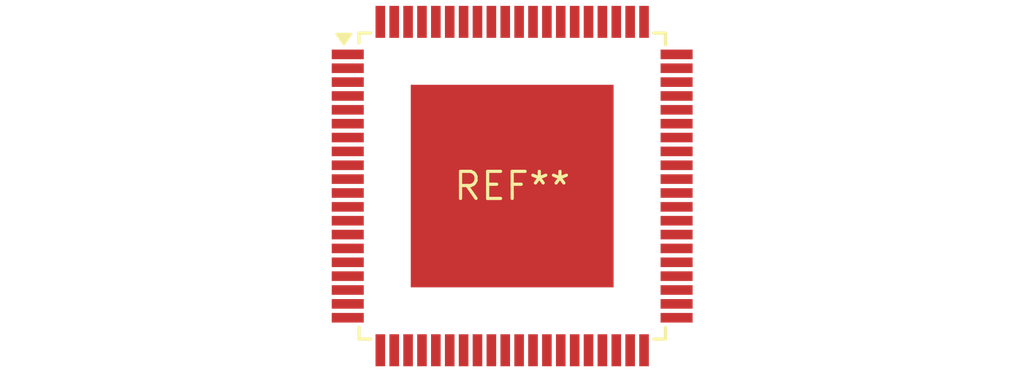
<source format=kicad_pcb>
(kicad_pcb (version 20240108) (generator pcbnew)
  (layers (0 "F.Cu" signal) (31 "B.Cu" signal) (34 "B.Paste" user) (35 "F.Paste" user) (36 "B.SilkS" user "B.Silkscreen") (37 "F.SilkS" user "F.Silkscreen") (38 "B.Mask" user) (39 "F.Mask" user) (44 "Edge.Cuts" user))
  (net 0 "")
  (footprint "TQFP-80-1EP_14x14mm_P0.65mm_EP9.5x9.5mm" (layer "F.Cu") (at 0 0)
    (property "Reference" "REF**")
    (property "Value" "TQFP-80-1EP_14x14mm_P0.65mm_EP9.5x9.5mm")
    (fp_line (start -7.175 -7.175) (end -7.175 -6.725) (layer "F.SilkS") (stroke (width 0.15)))
    (fp_line (start -7.175 -7.175) (end -6.625 -7.175) (layer "F.SilkS") (stroke (width 0.15)))
    (fp_line (start -7.175 7.175) (end -7.175 6.625) (layer "F.SilkS") (stroke (width 0.15)))
    (fp_line (start -7.175 7.175) (end -6.625 7.175) (layer "F.SilkS") (stroke (width 0.15)))
    (fp_line (start 7.175 -7.175) (end 6.625 -7.175) (layer "F.SilkS") (stroke (width 0.15)))
    (fp_line (start 7.175 -7.175) (end 7.175 -6.625) (layer "F.SilkS") (stroke (width 0.15)))
    (fp_line (start 7.175 7.175) (end 6.625 7.175) (layer "F.SilkS") (stroke (width 0.15)))
    (fp_line (start 7.175 7.175) (end 7.175 6.625) (layer "F.SilkS") (stroke (width 0.15)))
    (fp_poly (pts (xy -7.88 -6.66) (xy -8.22 -7.13) (xy -7.54 -7.13) (xy -7.88 -6.66)) (layer "F.SilkS") (stroke (width 0.12)) (fill solid))
    (pad "1" smd rect (at -7.7 -6.175) (size 1.5 0.45) (layers "F.Cu" "F.Paste" "F.Mask"))
    (pad "2" smd rect (at -7.7 -5.525) (size 1.5 0.45) (layers "F.Cu" "F.Paste" "F.Mask"))
    (pad "3" smd rect (at -7.7 -4.875) (size 1.5 0.45) (layers "F.Cu" "F.Paste" "F.Mask"))
    (pad "4" smd rect (at -7.7 -4.225) (size 1.5 0.45) (layers "F.Cu" "F.Paste" "F.Mask"))
    (pad "5" smd rect (at -7.7 -3.575) (size 1.5 0.45) (layers "F.Cu" "F.Paste" "F.Mask"))
    (pad "6" smd rect (at -7.7 -2.925) (size 1.5 0.45) (layers "F.Cu" "F.Paste" "F.Mask"))
    (pad "7" smd rect (at -7.7 -2.275) (size 1.5 0.45) (layers "F.Cu" "F.Paste" "F.Mask"))
    (pad "8" smd rect (at -7.7 -1.625) (size 1.5 0.45) (layers "F.Cu" "F.Paste" "F.Mask"))
    (pad "9" smd rect (at -7.7 -0.975) (size 1.5 0.45) (layers "F.Cu" "F.Paste" "F.Mask"))
    (pad "10" smd rect (at -7.7 -0.325) (size 1.5 0.45) (layers "F.Cu" "F.Paste" "F.Mask"))
    (pad "11" smd rect (at -7.7 0.325) (size 1.5 0.45) (layers "F.Cu" "F.Paste" "F.Mask"))
    (pad "12" smd rect (at -7.7 0.975) (size 1.5 0.45) (layers "F.Cu" "F.Paste" "F.Mask"))
    (pad "13" smd rect (at -7.7 1.625) (size 1.5 0.45) (layers "F.Cu" "F.Paste" "F.Mask"))
    (pad "14" smd rect (at -7.7 2.275) (size 1.5 0.45) (layers "F.Cu" "F.Paste" "F.Mask"))
    (pad "15" smd rect (at -7.7 2.925) (size 1.5 0.45) (layers "F.Cu" "F.Paste" "F.Mask"))
    (pad "16" smd rect (at -7.7 3.575) (size 1.5 0.45) (layers "F.Cu" "F.Paste" "F.Mask"))
    (pad "17" smd rect (at -7.7 4.225) (size 1.5 0.45) (layers "F.Cu" "F.Paste" "F.Mask"))
    (pad "18" smd rect (at -7.7 4.875) (size 1.5 0.45) (layers "F.Cu" "F.Paste" "F.Mask"))
    (pad "19" smd rect (at -7.7 5.525) (size 1.5 0.45) (layers "F.Cu" "F.Paste" "F.Mask"))
    (pad "20" smd rect (at -7.7 6.175) (size 1.5 0.45) (layers "F.Cu" "F.Paste" "F.Mask"))
    (pad "21" smd rect (at -6.175 7.7 90) (size 1.5 0.45) (layers "F.Cu" "F.Paste" "F.Mask"))
    (pad "22" smd rect (at -5.525 7.7 90) (size 1.5 0.45) (layers "F.Cu" "F.Paste" "F.Mask"))
    (pad "23" smd rect (at -4.875 7.7 90) (size 1.5 0.45) (layers "F.Cu" "F.Paste" "F.Mask"))
    (pad "24" smd rect (at -4.225 7.7 90) (size 1.5 0.45) (layers "F.Cu" "F.Paste" "F.Mask"))
    (pad "25" smd rect (at -3.575 7.7 90) (size 1.5 0.45) (layers "F.Cu" "F.Paste" "F.Mask"))
    (pad "26" smd rect (at -2.925 7.7 90) (size 1.5 0.45) (layers "F.Cu" "F.Paste" "F.Mask"))
    (pad "27" smd rect (at -2.275 7.7 90) (size 1.5 0.45) (layers "F.Cu" "F.Paste" "F.Mask"))
    (pad "28" smd rect (at -1.625 7.7 90) (size 1.5 0.45) (layers "F.Cu" "F.Paste" "F.Mask"))
    (pad "29" smd rect (at -0.975 7.7 90) (size 1.5 0.45) (layers "F.Cu" "F.Paste" "F.Mask"))
    (pad "30" smd rect (at -0.325 7.7 90) (size 1.5 0.45) (layers "F.Cu" "F.Paste" "F.Mask"))
    (pad "31" smd rect (at 0.325 7.7 90) (size 1.5 0.45) (layers "F.Cu" "F.Paste" "F.Mask"))
    (pad "32" smd rect (at 0.975 7.7 90) (size 1.5 0.45) (layers "F.Cu" "F.Paste" "F.Mask"))
    (pad "33" smd rect (at 1.625 7.7 90) (size 1.5 0.45) (layers "F.Cu" "F.Paste" "F.Mask"))
    (pad "34" smd rect (at 2.275 7.7 90) (size 1.5 0.45) (layers "F.Cu" "F.Paste" "F.Mask"))
    (pad "35" smd rect (at 2.925 7.7 90) (size 1.5 0.45) (layers "F.Cu" "F.Paste" "F.Mask"))
    (pad "36" smd rect (at 3.575 7.7 90) (size 1.5 0.45) (layers "F.Cu" "F.Paste" "F.Mask"))
    (pad "37" smd rect (at 4.225 7.7 90) (size 1.5 0.45) (layers "F.Cu" "F.Paste" "F.Mask"))
    (pad "38" smd rect (at 4.875 7.7 90) (size 1.5 0.45) (layers "F.Cu" "F.Paste" "F.Mask"))
    (pad "39" smd rect (at 5.525 7.7 90) (size 1.5 0.45) (layers "F.Cu" "F.Paste" "F.Mask"))
    (pad "40" smd rect (at 6.175 7.7 90) (size 1.5 0.45) (layers "F.Cu" "F.Paste" "F.Mask"))
    (pad "41" smd rect (at 7.7 6.175) (size 1.5 0.45) (layers "F.Cu" "F.Paste" "F.Mask"))
    (pad "42" smd rect (at 7.7 5.525) (size 1.5 0.45) (layers "F.Cu" "F.Paste" "F.Mask"))
    (pad "43" smd rect (at 7.7 4.875) (size 1.5 0.45) (layers "F.Cu" "F.Paste" "F.Mask"))
    (pad "44" smd rect (at 7.7 4.225) (size 1.5 0.45) (layers "F.Cu" "F.Paste" "F.Mask"))
    (pad "45" smd rect (at 7.7 3.575) (size 1.5 0.45) (layers "F.Cu" "F.Paste" "F.Mask"))
    (pad "46" smd rect (at 7.7 2.925) (size 1.5 0.45) (layers "F.Cu" "F.Paste" "F.Mask"))
    (pad "47" smd rect (at 7.7 2.275) (size 1.5 0.45) (layers "F.Cu" "F.Paste" "F.Mask"))
    (pad "48" smd rect (at 7.7 1.625) (size 1.5 0.45) (layers "F.Cu" "F.Paste" "F.Mask"))
    (pad "49" smd rect (at 7.7 0.975) (size 1.5 0.45) (layers "F.Cu" "F.Paste" "F.Mask"))
    (pad "50" smd rect (at 7.7 0.325) (size 1.5 0.45) (layers "F.Cu" "F.Paste" "F.Mask"))
    (pad "51" smd rect (at 7.7 -0.325) (size 1.5 0.45) (layers "F.Cu" "F.Paste" "F.Mask"))
    (pad "52" smd rect (at 7.7 -0.975) (size 1.5 0.45) (layers "F.Cu" "F.Paste" "F.Mask"))
    (pad "53" smd rect (at 7.7 -1.625) (size 1.5 0.45) (layers "F.Cu" "F.Paste" "F.Mask"))
    (pad "54" smd rect (at 7.7 -2.275) (size 1.5 0.45) (layers "F.Cu" "F.Paste" "F.Mask"))
    (pad "55" smd rect (at 7.7 -2.925) (size 1.5 0.45) (layers "F.Cu" "F.Paste" "F.Mask"))
    (pad "56" smd rect (at 7.7 -3.575) (size 1.5 0.45) (layers "F.Cu" "F.Paste" "F.Mask"))
    (pad "57" smd rect (at 7.7 -4.225) (size 1.5 0.45) (layers "F.Cu" "F.Paste" "F.Mask"))
    (pad "58" smd rect (at 7.7 -4.875) (size 1.5 0.45) (layers "F.Cu" "F.Paste" "F.Mask"))
    (pad "59" smd rect (at 7.7 -5.525) (size 1.5 0.45) (layers "F.Cu" "F.Paste" "F.Mask"))
    (pad "60" smd rect (at 7.7 -6.175) (size 1.5 0.45) (layers "F.Cu" "F.Paste" "F.Mask"))
    (pad "61" smd rect (at 6.175 -7.7 90) (size 1.5 0.45) (layers "F.Cu" "F.Paste" "F.Mask"))
    (pad "62" smd rect (at 5.525 -7.7 90) (size 1.5 0.45) (layers "F.Cu" "F.Paste" "F.Mask"))
    (pad "63" smd rect (at 4.875 -7.7 90) (size 1.5 0.45) (layers "F.Cu" "F.Paste" "F.Mask"))
    (pad "64" smd rect (at 4.225 -7.7 90) (size 1.5 0.45) (layers "F.Cu" "F.Paste" "F.Mask"))
    (pad "65" smd rect (at 3.575 -7.7 90) (size 1.5 0.45) (layers "F.Cu" "F.Paste" "F.Mask"))
    (pad "66" smd rect (at 2.925 -7.7 90) (size 1.5 0.45) (layers "F.Cu" "F.Paste" "F.Mask"))
    (pad "67" smd rect (at 2.275 -7.7 90) (size 1.5 0.45) (layers "F.Cu" "F.Paste" "F.Mask"))
    (pad "68" smd rect (at 1.625 -7.7 90) (size 1.5 0.45) (layers "F.Cu" "F.Paste" "F.Mask"))
    (pad "69" smd rect (at 0.975 -7.7 90) (size 1.5 0.45) (layers "F.Cu" "F.Paste" "F.Mask"))
    (pad "70" smd rect (at 0.325 -7.7 90) (size 1.5 0.45) (layers "F.Cu" "F.Paste" "F.Mask"))
    (pad "71" smd rect (at -0.325 -7.7 90) (size 1.5 0.45) (layers "F.Cu" "F.Paste" "F.Mask"))
    (pad "72" smd rect (at -0.975 -7.7 90) (size 1.5 0.45) (layers "F.Cu" "F.Paste" "F.Mask"))
    (pad "73" smd rect (at -1.625 -7.7 90) (size 1.5 0.45) (layers "F.Cu" "F.Paste" "F.Mask"))
    (pad "74" smd rect (at -2.275 -7.7 90) (size 1.5 0.45) (layers "F.Cu" "F.Paste" "F.Mask"))
    (pad "75" smd rect (at -2.925 -7.7 90) (size 1.5 0.45) (layers "F.Cu" "F.Paste" "F.Mask"))
    (pad "76" smd rect (at -3.575 -7.7 90) (size 1.5 0.45) (layers "F.Cu" "F.Paste" "F.Mask"))
    (pad "77" smd rect (at -4.225 -7.7 90) (size 1.5 0.45) (layers "F.Cu" "F.Paste" "F.Mask"))
    (pad "78" smd rect (at -4.875 -7.7 90) (size 1.5 0.45) (layers "F.Cu" "F.Paste" "F.Mask"))
    (pad "79" smd rect (at -5.525 -7.7 90) (size 1.5 0.45) (layers "F.Cu" "F.Paste" "F.Mask"))
    (pad "80" smd rect (at -6.175 -7.7 90) (size 1.5 0.45) (layers "F.Cu" "F.Paste" "F.Mask"))
    (pad "81" smd rect (at 0 0) (size 9.5 9.5) (layers "F.Cu" "F.Mask"))
  )
)
</source>
